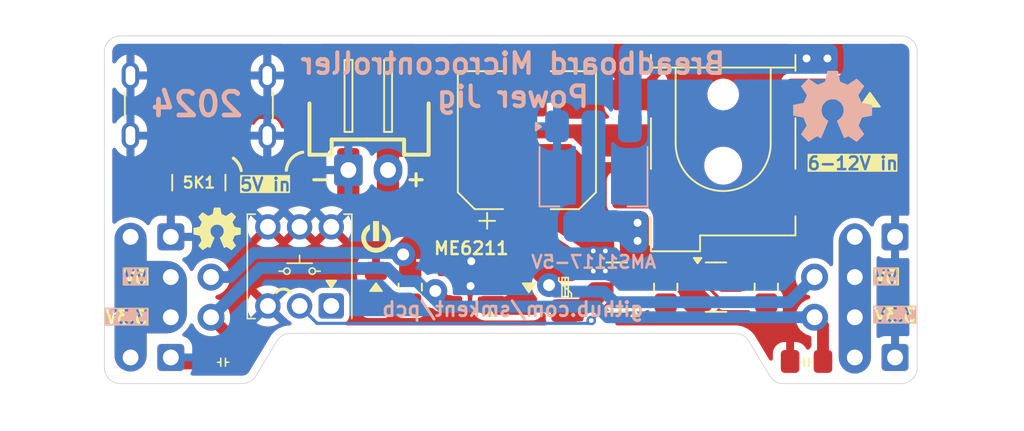
<source format=kicad_pcb>
(kicad_pcb (version 20240108) (generator "pcbnew") (generator_version "8.0")
  (layers (0 "F.Cu" signal) (31 "B.Cu" signal) (34 "B.Paste" user) (35 "F.Paste" user) (36 "B.SilkS" user "B.Silkscreen") (37 "F.SilkS" user "F.Silkscreen") (38 "B.Mask" user) (39 "F.Mask" user) (44 "Edge.Cuts" user))
  (net 0 "")
  (net 1 "GND")
  (net 2 "VOUT_LEFT")
  (net 3 "VOUT_RIGHT")
  (net 4 "Net-(J0-CC2)")
  (net 5 "Net-(J0-CC1)")
  (net 6 "Net-(Q1-G)")
  (net 7 "VIN_DC")
  (net 8 "Net-(D3-A)")
  (net 9 "VIN")
  (net 11 "DC_JACK_SWITCH")
  (net 12 "5V_OUT")
  (net 13 "3V3_OUT")
  (net 14 "PRE_FUSE")
  (net 15 "REG_5V")
  (net 16 "DC_IN_DIODE")
  (net 17 "TO_3V3_DIODE")
  (footprint "lcsc:SW-TH_6P-L7.0-W7.0-P2.00_90deg" (layer "F.Cu") (at 191.008 90.765 -90)
    (property "Reference" "SW1" (hide yes))
    (property "Value" "SW_DPDT_x2")
    (pad "1" thru_hole roundrect (at 2.5 -2) (size 1.6 1.6) (drill 0.999998) (layers "*.Cu" "*.Mask") (roundrect_rratio 0.15625))
    (pad "2" thru_hole circle (at 2.5 0) (size 1.6 1.6) (drill 0.999998) (layers "*.Cu" "*.Mask") (net 6 "Net-(Q1-G)"))
    (pad "3" thru_hole circle (at 2.5 2) (size 1.6 1.6) (drill 0.999998) (layers "*.Cu" "*.Mask") (net 1 "GND"))
    (pad "4" thru_hole circle (at -2.5 -2) (size 1.6 1.6) (drill 0.999998) (layers "*.Cu" "*.Mask") (net 1 "GND"))
    (pad "5" thru_hole circle (at -2.5 0) (size 1.6 1.6) (drill 0.999998) (layers "*.Cu" "*.Mask") (net 1 "GND"))
    (pad "6" thru_hole circle (at -2.5 2) (size 1.6 1.6) (drill 0.999998) (layers "*.Cu" "*.Mask") (net 1 "GND"))
  )
  (footprint "custom:D_SOD-323_HandSoldering_simple" (layer "F.Cu") (at 205.486 92.075 90)
    (property "Reference" "D2" (hide yes))
    (property "Value" "BAT60A")
    (pad "1" smd roundrect (at -1.25 0 90) (size 1 1) (layers "F.Cu" "F.Paste" "F.Mask") (net 17 "TO_3V3_DIODE"))
    (pad "2" smd roundrect (at 1.25 0 90) (size 1 1) (layers "F.Cu" "F.Paste" "F.Mask") (net 12 "5V_OUT"))
  )
  (footprint "connector:BarrelJack_DC-050_SMT_Horizontal" (layer "F.Cu") (at 217.75 83 -90)
    (property "Reference" "J1" (hide yes))
    (property "Value" "Barrel_Jack_Switch")
    (pad "" np_thru_hole circle (at -3.1 0) (size 1.5 1.5) (drill 1.5) (layers "*.Cu" "*.Mask"))
    (pad "" np_thru_hole circle (at 1.4 0) (size 1.9 1.9) (drill 1.9) (layers "*.Cu" "*.Mask"))
    (pad "1" smd roundrect (at -3.1 -5.5 90) (size 2 3) (layers "F.Cu" "F.Paste" "F.Mask") (roundrect_rratio 0.125) (net 7 "VIN_DC"))
    (pad "1" smd roundrect (at 3.1 -5.5 90) (size 2 3) (layers "F.Cu" "F.Paste" "F.Mask") (roundrect_rratio 0.125) (net 7 "VIN_DC"))
    (pad "2" smd roundrect (at -3.1 5.5 90) (size 2 3) (layers "F.Cu" "F.Paste" "F.Mask") (roundrect_rratio 0.125) (net 1 "GND"))
    (pad "3" smd roundrect (at 3.1 5.5 90) (size 2 3) (layers "F.Cu" "F.Paste" "F.Mask") (roundrect_rratio 0.125) (net 11 "DC_JACK_SWITCH"))
  )
  (footprint "custom:C_0805_2012Metric_Pad1.18x1.45mm_HandSolder" (layer "F.Cu") (at 223.012 96.774 180)
    (property "Reference" "C3" (hide yes))
    (property "Value" "22uF")
    (pad "1" smd roundrect (at -1.0375 0 180) (size 1.175 1.45) (layers "F.Cu" "F.Paste" "F.Mask") (roundrect_rratio 0.212766) (net 13 "3V3_OUT"))
    (pad "2" smd roundrect (at 1.0375 0 180) (size 1.175 1.45) (layers "F.Cu" "F.Paste" "F.Mask") (roundrect_rratio 0.212766) (net 1 "GND"))
  )
  (footprint "Capacitor_SMD:CP_Elec_8x10.5" (layer "F.Cu") (at 205.359 82.787 90)
    (property "Reference" "C1" (hide yes))
    (property "Value" "1000uF")
    (pad "1" smd roundrect (at -3.7 0 90) (size 4.4 2.5) (layers "F.Cu" "F.Paste" "F.Mask") (roundrect_rratio 0.1) (net 12 "5V_OUT"))
    (pad "2" smd roundrect (at 3.7 0 90) (size 4.4 2.5) (layers "F.Cu" "F.Paste" "F.Mask") (roundrect_rratio 0.1) (net 1 "GND"))
  )
  (footprint "custom:LED_0805_2012Metric_Pad1.15x1.40mm_HandSolder_simple" (layer "F.Cu") (at 195.834 92.075 -90)
    (property "Reference" "D3" (hide yes))
    (property "Value" "LED")
    (pad "1" smd roundrect (at -1.025 0 270) (size 1.15 1.4) (layers "F.Cu" "F.Paste" "F.Mask") (roundrect_rratio 0.217391) (net 1 "GND"))
    (pad "2" smd roundrect (at 1.025 0 270) (size 1.15 1.4) (layers "F.Cu" "F.Paste" "F.Mask") (roundrect_rratio 0.217391) (net 8 "Net-(D3-A)"))
  )
  (footprint "graphics:oshw-logo-3mm" (layer "F.Cu") (at 185.801 88.392)
    (property "Reference" "G***" (hide yes))
    (property "Value" "LOGO" (hide yes))
  )
  (footprint "Package_TO_SOT_SMD:SOT-23" (layer "F.Cu") (at 211.0255 92.075 180)
    (property "Reference" "Q1" (hide yes))
    (property "Value" "AO3401A")
    (pad "1" smd roundrect (at -0.9375 -0.95 180) (size 1.475 0.6) (layers "F.Cu" "F.Paste" "F.Mask") (net 6 "Net-(Q1-G)"))
    (pad "2" smd roundrect (at -0.9375 0.95 180) (size 1.475 0.6) (layers "F.Cu" "F.Paste" "F.Mask") (net 15 "REG_5V"))
    (pad "3" smd roundrect (at 0.9375 0 180) (size 1.475 0.6) (layers "F.Cu" "F.Paste" "F.Mask") (net 14 "PRE_FUSE"))
  )
  (footprint "custom:PinHeader_2x02_P2.54mm_Vertical_simple" (layer "F.Cu") (at 182.88 91.44)
    (property "Reference" "JLEFT2" (hide yes))
    (property "Value" "Conn_02x02_Counter_Clockwise")
    (pad "1" thru_hole circle (at 0 0) (size 1.7 1.7) (drill 1) (layers "*.Cu" "*.Mask") (net 2 "VOUT_LEFT"))
    (pad "2" thru_hole oval (at 2.54 0) (size 1.7 1.7) (drill 1) (layers "*.Cu" "*.Mask") (net 12 "5V_OUT"))
    (pad "3" thru_hole oval (at 0 2.54) (size 1.7 1.7) (drill 1) (layers "*.Cu" "*.Mask") (net 2 "VOUT_LEFT"))
    (pad "4" thru_hole oval (at 2.54 2.54) (size 1.7 1.7) (drill 1) (layers "*.Cu" "*.Mask") (net 13 "3V3_OUT"))
  )
  (footprint "Resistor_SMD:R_0805_2012Metric_Pad1.20x1.40mm_HandSolder" (layer "F.Cu") (at 214.122 92.075 -90)
    (property "Reference" "R2" (hide yes))
    (property "Value" "10K")
    (pad "1" smd roundrect (at -1 0 270) (size 1.2 1.4) (layers "F.Cu" "F.Paste" "F.Mask") (roundrect_rratio 0.208333) (net 15 "REG_5V"))
    (pad "2" smd roundrect (at 1 0 270) (size 1.2 1.4) (layers "F.Cu" "F.Paste" "F.Mask") (roundrect_rratio 0.208333) (net 6 "Net-(Q1-G)"))
  )
  (footprint "Resistor_SMD:R_0805_2012Metric_Pad1.20x1.40mm_HandSolder" (layer "F.Cu") (at 220.472 92.075 90)
    (property "Reference" "R1" (hide yes))
    (property "Value" "10K")
    (pad "1" smd roundrect (at -1 0 90) (size 1.2 1.4) (layers "F.Cu" "F.Paste" "F.Mask") (roundrect_rratio 0.208333) (net 11 "DC_JACK_SWITCH"))
    (pad "2" smd roundrect (at 1 0 90) (size 1.2 1.4) (layers "F.Cu" "F.Paste" "F.Mask") (roundrect_rratio 0.208333) (net 9 "VIN"))
  )
  (footprint "custom:Fuse_1206_3216Metric_Pad1.42x1.75mm_HandSolder_simple" (layer "F.Cu") (at 207.772 92.075 90)
    (property "Reference" "F1" (hide yes))
    (property "Value" "Polyfuse")
    (pad "1" smd roundrect (at -1.4875 0 90) (size 1.425 1.75) (layers "F.Cu" "F.Paste" "F.Mask") (roundrect_rratio 0.175439) (net 14 "PRE_FUSE"))
    (pad "2" smd roundrect (at 1.4875 0 90) (size 1.425 1.75) (layers "F.Cu" "F.Paste" "F.Mask") (roundrect_rratio 0.175439) (net 12 "5V_OUT"))
  )
  (footprint "Package_TO_SOT_SMD:SOT-23" (layer "F.Cu") (at 217.297 92.075)
    (property "Reference" "Q2" (hide yes))
    (property "Value" "AO3401A")
    (pad "1" smd roundrect (at -0.9375 -0.95) (size 1.475 0.6) (layers "F.Cu" "F.Paste" "F.Mask") (net 11 "DC_JACK_SWITCH"))
    (pad "2" smd roundrect (at -0.9375 0.95) (size 1.475 0.6) (layers "F.Cu" "F.Paste" "F.Mask") (net 15 "REG_5V"))
    (pad "3" smd roundrect (at 0.9375 0) (size 1.475 0.6) (layers "F.Cu" "F.Paste" "F.Mask") (net 9 "VIN"))
  )
  (footprint "package:D_SMA" (layer "F.Cu") (at 227 80.25 -90)
    (property "Reference" "D1" (hide yes))
    (property "Value" "SS34")
    (pad "1" smd roundrect (at -2 0 270) (size 2.5 1.8) (layers "F.Cu" "F.Paste" "F.Mask") (roundrect_rratio 0.1388888889) (net 16 "DC_IN_DIODE"))
    (pad "2" smd roundrect (at 2 0 270) (size 2.5 1.8) (layers "F.Cu" "F.Paste" "F.Mask") (roundrect_rratio 0.1388888889) (net 7 "VIN_DC"))
  )
  (footprint "Resistor_SMD:R_0805_2012Metric_Pad1.20x1.40mm_HandSolder" (layer "F.Cu") (at 197.993 92.075 -90)
    (property "Reference" "R6" (hide yes))
    (property "Value" "2K2")
    (pad "1" smd roundrect (at -1 0 270) (size 1.2 1.4) (layers "F.Cu" "F.Paste" "F.Mask") (roundrect_rratio 0.208333) (net 12 "5V_OUT"))
    (pad "2" smd roundrect (at 1 0 270) (size 1.2 1.4) (layers "F.Cu" "F.Paste" "F.Mask") (roundrect_rratio 0.208333) (net 8 "Net-(D3-A)"))
  )
  (footprint "custom:SOT-23-5_HandSoldering_simple" (layer "F.Cu") (at 201.85 92.009 180)
    (property "Reference" "U2" (hide yes))
    (property "Value" "ME6211C33M5")
    (pad "1" smd roundrect (at -1.35 -0.95 180) (size 1.56 0.65) (layers "F.Cu" "F.Paste" "F.Mask") (net 17 "TO_3V3_DIODE"))
    (pad "2" smd roundrect (at -1.35 0 180) (size 1.56 0.65) (layers "F.Cu" "F.Paste" "F.Mask") (net 1 "GND"))
    (pad "3" smd roundrect (at -1.35 0.95 180) (size 1.56 0.65) (layers "F.Cu" "F.Paste" "F.Mask") (net 17 "TO_3V3_DIODE"))
    (pad "4" smd roundrect (at 1.35 0.95 180) (size 1.56 0.65) (layers "F.Cu" "F.Paste" "F.Mask"))
    (pad "5" smd roundrect (at 1.35 -0.95 180) (size 1.56 0.65) (layers "F.Cu" "F.Paste" "F.Mask") (net 13 "3V3_OUT"))
  )
  (footprint "custom:C_0805_2012Metric_Pad1.18x1.45mm_HandSolder" (layer "F.Cu") (at 186.182 96.774 180)
    (property "Reference" "C2" (hide yes))
    (property "Value" "22uF")
    (pad "1" smd roundrect (at -1.0375 0 180) (size 1.175 1.45) (layers "F.Cu" "F.Paste" "F.Mask") (roundrect_rratio 0.212766) (net 13 "3V3_OUT"))
    (pad "2" smd roundrect (at 1.0375 0 180) (size 1.175 1.45) (layers "F.Cu" "F.Paste" "F.Mask") (roundrect_rratio 0.212766) (net 1 "GND"))
  )
  (footprint "Resistor_SMD:R_Array_Convex_4x0603" (layer "F.Cu") (at 184.6484 85.471 -90)
    (property "Reference" "RN1" (hide yes))
    (property "Value" "5K1")
    (pad "1" smd rect (at -0.9 -1.2 270) (size 0.8 0.5) (layers "F.Cu" "F.Paste" "F.Mask") (net 1 "GND"))
    (pad "2" smd rect (at -0.9 -0.4 270) (size 0.8 0.4) (layers "F.Cu" "F.Paste" "F.Mask") (net 5 "Net-(J0-CC1)"))
    (pad "3" smd rect (at -0.9 0.4 270) (size 0.8 0.4) (layers "F.Cu" "F.Paste" "F.Mask") (net 4 "Net-(J0-CC2)"))
    (pad "4" smd rect (at -0.9 1.2 270) (size 0.8 0.5) (layers "F.Cu" "F.Paste" "F.Mask") (net 1 "GND"))
    (pad "5" smd rect (at 0.9 1.2 270) (size 0.8 0.5) (layers "F.Cu" "F.Paste" "F.Mask") (net 1 "GND"))
    (pad "6" smd rect (at 0.9 0.4 270) (size 0.8 0.4) (layers "F.Cu" "F.Paste" "F.Mask") (net 1 "GND"))
    (pad "7" smd rect (at 0.9 -0.4 270) (size 0.8 0.4) (layers "F.Cu" "F.Paste" "F.Mask") (net 1 "GND"))
    (pad "8" smd rect (at 0.9 -1.2 270) (size 0.8 0.5) (layers "F.Cu" "F.Paste" "F.Mask") (net 1 "GND"))
  )
  (footprint "custom:PinHeader_2x02_P2.54mm_Vertical_simple" (layer "F.Cu") (at 223.52 91.44)
    (property "Reference" "JRIGHT2" (hide yes))
    (property "Value" "Conn_02x02_Counter_Clockwise")
    (pad "1" thru_hole circle (at 0 0) (size 1.7 1.7) (drill 1) (layers "*.Cu" "*.Mask") (net 12 "5V_OUT"))
    (pad "2" thru_hole oval (at 2.54 0) (size 1.7 1.7) (drill 1) (layers "*.Cu" "*.Mask") (net 3 "VOUT_RIGHT"))
    (pad "3" thru_hole oval (at 0 2.54) (size 1.7 1.7) (drill 1) (layers "*.Cu" "*.Mask") (net 13 "3V3_OUT"))
    (pad "4" thru_hole oval (at 2.54 2.54) (size 1.7 1.7) (drill 1) (layers "*.Cu" "*.Mask") (net 3 "VOUT_RIGHT"))
  )
  (footprint "custom:USB_C_Receptacle_GCT_USB4125-xx-x_6P_TopMnt_Horizontal_handsolder" (layer "F.Cu") (at 184.6504 79.502 180)
    (property "Reference" "J0" (hide yes))
    (property "Value" "USB_C_Receptacle_PowerOnly_6P")
    (pad "A5" smd roundrect (at -0.5 -3.28 180) (size 0.7 1.6) (layers "F.Cu" "F.Paste" "F.Mask") (net 5 "Net-(J0-CC1)"))
    (pad "A9" smd roundrect (at 1.52 -3.28) (size 0.76 1.6) (layers "F.Cu" "F.Paste" "F.Mask") (net 9 "VIN"))
    (pad "A12" smd roundrect (at 2.75 -3.28) (size 0.8 1.6) (layers "F.Cu" "F.Paste" "F.Mask") (net 1 "GND"))
    (pad "B5" smd roundrect (at 0.5 -3.28) (size 0.7 1.6) (layers "F.Cu" "F.Paste" "F.Mask") (net 4 "Net-(J0-CC2)"))
    (pad "B9" smd roundrect (at -1.52 -3.28 180) (size 0.76 1.6) (layers "F.Cu" "F.Paste" "F.Mask") (net 9 "VIN"))
    (pad "B12" smd roundrect (at -2.75 -3.28 180) (size 0.8 1.6) (layers "F.Cu" "F.Paste" "F.Mask") (net 1 "GND"))
    (pad "S1" thru_hole oval (at -4.32 -3 180) (size 1.1 1.7) (drill oval 0.6 1.2) (layers "*.Cu" "*.Mask" "F.Paste") (net 1 "GND"))
    (pad "S1" thru_hole oval (at -4.32 0.8 180) (size 1.1 1.7) (drill oval 0.6 1.2) (layers "*.Cu" "*.Mask" "F.Paste") (net 1 "GND"))
    (pad "S1" thru_hole oval (at 4.32 -3 180) (size 1.1 1.7) (drill oval 0.6 1.2) (layers "*.Cu" "*.Mask" "F.Paste") (net 1 "GND"))
    (pad "S1" thru_hole oval (at 4.32 0.8 180) (size 1.1 1.7) (drill oval 0.6 1.2) (layers "*.Cu" "*.Mask" "F.Paste") (net 1 "GND"))
  )
  (footprint "custom:JST_XH_S2B-XH-2AW_1x02_P2.50mm_TH-or-SMD_pad2gnd_trim" (layer "F.Cu") (at 195.3404 84.678 180)
    (property "Reference" "J2" (hide yes))
    (property "Value" "Conn_01x02")
    (pad "1" thru_hole oval (at -1.25 0 180) (size 1.8 2) (drill 1) (layers "*.Cu" "*.Mask") (net 9 "VIN"))
    (pad "1" smd roundrect (at -1.2446 -0.508) (size 1.4 3.8) (layers "F.Cu" "F.Paste" "F.Mask") (roundrect_rratio 0.1785714286) (net 9 "VIN"))
    (pad "2" thru_hole roundrect (at 1.25 0 180) (size 1.8 2) (drill 1) (layers "*.Cu" "*.Mask") (roundrect_rratio 0.1388888889) (net 1 "GND"))
    (pad "2" smd roundrect (at 1.2554 -0.508) (size 1.4 3.8) (layers "F.Cu" "F.Paste" "F.Mask") (roundrect_rratio 0.1785714286) (net 1 "GND"))
    (pad "3" smd roundrect (at 4.2054 6.192) (size 1.6 3.5) (layers "F.Cu" "F.Paste" "F.Mask") (roundrect_rratio 0.15625))
    (pad "4" smd roundrect (at -4.1946 6.192) (size 1.6 3.5) (layers "F.Cu" "F.Paste" "F.Mask") (roundrect_rratio 0.15625))
  )
  (footprint "graphics:icon-power-2mm" (layer "F.Cu") (at 195.834 88.9)
    (property "Reference" "G***" (hide yes))
    (property "Value" "LOGO" (hide yes))
  )
  (footprint "custom:PinHeader_1x02_P2.54mm_Vertical_simple_pad2gnd" (layer "B.Cu") (at 180.34 96.52 -90)
    (property "Reference" "JLEFT1" (hide yes))
    (property "Value" "Conn_01x02")
    (pad "1" thru_hole oval (at 0 0 270) (size 1.7 1.7) (drill 1) (layers "*.Cu" "*.Mask") (net 2 "VOUT_LEFT"))
    (pad "2" thru_hole roundrect (at 0 -2.54 270) (size 1.7 1.7) (drill 1) (layers "*.Cu" "*.Mask") (roundrect_rratio 0.1470588235) (net 1 "GND"))
  )
  (footprint "custom:PinHeader_1x02_P2.54mm_Vertical_simple_pad2gnd" (layer "B.Cu") (at 180.34 88.9 -90)
    (property "Reference" "JLEFT0" (hide yes))
    (property "Value" "Conn_01x02")
    (pad "1" thru_hole oval (at 0 0 270) (size 1.7 1.7) (drill 1) (layers "*.Cu" "*.Mask") (net 2 "VOUT_LEFT"))
    (pad "2" thru_hole roundrect (at 0 -2.54 270) (size 1.7 1.7) (drill 1) (layers "*.Cu" "*.Mask") (roundrect_rratio 0.1470588235) (net 1 "GND"))
  )
  (footprint "Package_TO_SOT_SMD:SOT-223-3_TabPin2" (layer "B.Cu") (at 209.5614 85.0646 -90)
    (property "Reference" "U1" (hide yes))
    (property "Value" "AMS1117-5.0")
    (pad "1" smd roundrect (at -3.15 2.3 270) (size 2 1.5) (layers "B.Cu" "B.Paste" "B.Mask") (net 1 "GND"))
    (pad "2" smd roundrect (at -3.15 0 270) (size 2 1.5) (layers "B.Cu" "B.Paste" "B.Mask") (net 15 "REG_5V"))
    (pad "2" smd roundrect (at 3.15 0 270) (size 2 3.8) (layers "B.Cu" "B.Paste" "B.Mask") (net 15 "REG_5V"))
    (pad "3" smd roundrect (at -3.15 -2.3 270) (size 2 1.5) (layers "B.Cu" "B.Paste" "B.Mask") (net 16 "DC_IN_DIODE"))
  )
  (footprint "custom:PinHeader_1x02_P2.54mm_Vertical_simple_pad2gnd" (layer "B.Cu") (at 226.06 96.52 -90)
    (property "Reference" "JRIGHT1" (hide yes))
    (property "Value" "Conn_01x02")
    (pad "1" thru_hole oval (at 0 0 270) (size 1.7 1.7) (drill 1) (layers "*.Cu" "*.Mask") (net 3 "VOUT_RIGHT"))
    (pad "2" thru_hole roundrect (at 0 -2.54 270) (size 1.7 1.7) (drill 1) (layers "*.Cu" "*.Mask") (roundrect_rratio 0.1470588235) (net 1 "GND"))
  )
  (footprint "graphics:oshw-logo-5mm" (layer "B.Cu") (at 224.663 80.645 180)
    (property "Reference" "G***" (hide yes))
    (property "Value" "LOGO" (hide yes))
  )
  (footprint "custom:PinHeader_1x02_P2.54mm_Vertical_simple_pad2gnd" (layer "B.Cu") (at 226.06 88.9 -90)
    (property "Reference" "JRIGHT0" (hide yes))
    (property "Value" "Conn_01x02")
    (pad "1" thru_hole oval (at 0 0 270) (size 1.7 1.7) (drill 1) (layers "*.Cu" "*.Mask") (net 3 "VOUT_RIGHT"))
    (pad "2" thru_hole roundrect (at 0 -2.54 270) (size 1.7 1.7) (drill 1) (layers "*.Cu" "*.Mask") (roundrect_rratio 0.1470588235) (net 1 "GND"))
  )
  (gr_arc (start 186.82771 83.92651) (mid 187.149317 84.271386) (end 187.325 84.709) (stroke (width 0.2)) (layer "F.SilkS"))
  (gr_arc (start 190.170726 84.688112) (mid 190.5 83.947) (end 191.205448 83.546985) (stroke (width 0.2)) (layer "F.SilkS"))
  (gr_arc (start 189.539665 92.40403) (mid 189.992 92.202) (end 190.442775 92.407558) (stroke (width 0.2)) (layer "F.SilkS"))
  (gr_poly (pts (arc (start 187.39381 98.171) (mid 187.886509 98.041199) (end 188.251303 97.685495)) (arc (start 189.573697 95.481504) (mid 189.938491 95.1258) (end 190.43119 94.996)) (arc (start 218.50881 94.996) (mid 219.001509 95.1258) (end 219.366303 95.481504)) (arc (start 220.688697 97.685495) (mid 221.053491 98.0412) (end 221.54619 98.171)) (arc (start 228.997 98.171) (mid 229.704107 97.878107) (end 229.997 97.171)) (arc (start 229.997 77.2) (mid 229.704107 76.492893) (end 228.997 76.2)) (arc (start 179.689 76.2) (mid 178.981893 76.492893) (end 178.689 77.2)) (arc (start 178.689 97.171) (mid 178.981893 97.878107) (end 179.689 98.171))) (stroke (width 0.05)) (fill none) (layer "Edge.Cuts"))
  (gr_text "3.3V" (at 181.483 93.98 0) (layer "B.SilkS" knockout) (effects (font (size 0.8 0.8) (thickness 0.16) (bold yes)) (justify left mirror)))
  (gr_text "2024" (at 184.531 80.518 0) (layer "B.SilkS") (effects (font (size 1.5 1.5) (thickness 0.3) (bold yes)) (justify mirror)))
  (gr_text "5V" (at 227.203 91.44 0) (layer "B.SilkS" knockout) (effects (font (size 0.8 0.8) (thickness 0.16) (bold yes)) (justify right mirror)))
  (gr_text "Breadboard Microcontroller\nPower Jig" (at 204.47 78.994 0) (layer "B.SilkS") (effects (font (size 1.3 1.3) (thickness 0.26) (bold yes)) (justify mirror)))
  (gr_text "5V" (at 181.483 91.44 0) (layer "B.SilkS" knockout) (effects (font (size 0.8 0.8) (thickness 0.16) (bold yes)) (justify left mirror)))
  (gr_text "github.com/smkent/pcb" (at 204.47 93.472 0) (layer "B.SilkS") (effects (font (size 0.9 0.9) (thickness 0.18) (bold yes)) (justify mirror)))
  (gr_text "3.3V" (at 227.203 93.853 0) (layer "B.SilkS" knockout) (effects (font (size 0.8 0.8) (thickness 0.16) (bold yes)) (justify right mirror)))
  (gr_text "AMS1117-5V" (at 209.578 90.0176 0) (layer "B.SilkS") (effects (font (size 0.8 0.8) (thickness 0.16) (bold yes)) (justify top mirror)))
  (gr_text "6-12V in" (at 225.933 84.255 0) (layer "F.SilkS" knockout) (effects (font (size 0.8 0.8) (thickness 0.16) (bold yes))))
  (gr_text "5V" (at 227.203 91.44 0) (layer "F.SilkS" knockout) (effects (font (size 0.8 0.8) (thickness 0.16) (bold yes)) (justify left)))
  (gr_text "5V in" (at 188.849 85.598 0) (layer "F.SilkS" knockout) (effects (font (size 0.8 0.8) (thickness 0.16) (bold yes))))
  (gr_text "5V" (at 181.483 91.44 0) (layer "F.SilkS" knockout) (effects (font (size 0.8 0.8) (thickness 0.16) (bold yes)) (justify right)))
  (gr_text "ME6211" (at 201.85 89.154 0) (layer "F.SilkS") (effects (font (size 0.8 0.8) (thickness 0.16) (bold yes)) (justify top)))
  (gr_text "3.3V" (at 181.483 93.98 0) (layer "F.SilkS" knockout) (effects (font (size 0.8 0.8) (thickness 0.16) (bold yes)) (justify right)))
  (gr_text "5K1" (at 184.658 85.471 0) (layer "F.SilkS") (effects (font (size 0.7 0.7) (thickness 0.14) (bold yes))))
  (gr_text "3.3V" (at 227.203 93.853 0) (layer "F.SilkS" knockout) (effects (font (size 0.8 0.8) (thickness 0.16) (bold yes)) (justify left)))
  (gr_text "-" (at 193.04 85.217 0) (layer "F.SilkS") (effects (font (size 1 1) (thickness 0.2) (bold yes)) (justify right)))
  (gr_text "+" (at 197.612 85.217 0) (layer "F.SilkS") (effects (font (size 1 1) (thickness 0.2) (bold yes)) (justify left)))
  (segment (start 201.97 90.560304) (end 201.97 91.558999) (width 0.5) (layer "F.Cu") (net 1))
  (segment (start 185.1445 96.774) (end 183.134 96.774) (width 1) (layer "F.Cu") (net 1))
  (segment (start 201.97 91.558999) (end 202.420001 92.009) (width 0.5) (layer "F.Cu") (net 1))
  (segment (start 201.85 90.440304) (end 201.97 90.560304) (width 0.5) (layer "F.Cu") (net 1))
  (segment (start 202.420001 92.009) (end 203.2 92.009) (width 0.5) (layer "F.Cu") (net 1))
  (segment (start 183.134 96.774) (end 182.88 96.52) (width 1) (layer "F.Cu") (net 1))
  (via (at 209.55 89.789) (size 0.6) (drill 0.3) (layers "F.Cu" "B.Cu") (net 1))
  (via (at 209.55 91.059) (size 0.6) (drill 0.3) (layers "F.Cu" "B.Cu") (net 1))
  (via (at 201.803 92.009) (size 1) (drill 0.5) (layers "F.Cu" "B.Cu") (net 1))
  (via (at 210.312 91.059) (size 0.6) (drill 0.3) (layers "F.Cu" "B.Cu") (net 1))
  (via (at 210.312 89.789) (size 0.6) (drill 0.3) (layers "F.Cu" "B.Cu") (net 1))
  (via (at 201.85 90.440304) (size 1) (drill 0.5) (layers "F.Cu" "B.Cu") (net 1))
  (segment (start 228.6 88.9) (end 228.727 88.773) (width 0.75) (layer "B.Cu") (net 1))
  (segment (start 184.2484 82.88) (end 184.1504 82.782) (width 0.2) (layer "F.Cu") (net 4))
  (segment (start 184.2484 84.571) (end 184.2484 82.88) (width 0.2) (layer "F.Cu") (net 4))
  (segment (start 185.0484 84.571) (end 185.0484 82.884) (width 0.2) (layer "F.Cu") (net 5))
  (segment (start 185.0484 82.884) (end 185.1504 82.782) (width 0.2) (layer "F.Cu") (net 5))
  (segment (start 214.122 93.075) (end 212.013 93.075) (width 0.2) (layer "F.Cu") (net 6))
  (segment (start 210.5812 93.025) (end 209.423 94.1832) (width 0.2) (layer "F.Cu") (net 6))
  (segment (start 211.963 93.025) (end 210.5812 93.025) (width 0.2) (layer "F.Cu") (net 6))
  (segment (start 212.013 93.075) (end 211.963 93.025) (width 0.2) (layer "F.Cu") (net 6))
  (via (at 209.423 94.1832) (size 0.6) (drill 0.3) (layers "F.Cu" "B.Cu") (net 6))
  (segment (start 209.423 94.1832) (end 209.2412 94.365) (width 0.2) (layer "B.Cu") (net 6))
  (segment (start 209.2412 94.365) (end 192.108 94.365) (width 0.2) (layer "B.Cu") (net 6))
  (segment (start 192.108 94.365) (end 191.008 93.265) (width 0.2) (layer "B.Cu") (net 6))
  (segment (start 195.834 93.1) (end 197.968 93.1) (width 0.75) (layer "F.Cu") (net 8))
  (segment (start 197.968 93.1) (end 197.993 93.075) (width 0.75) (layer "F.Cu") (net 8))
  (segment (start 186.1704 82.782) (end 186.1704 82.110442) (width 0.75) (layer "F.Cu") (net 9))
  (segment (start 186.1704 82.110442) (end 187.203842 81.077) (width 0.75) (layer "F.Cu") (net 9))
  (segment (start 194.615 81.077) (end 196.5904 83.0524) (width 0.75) (layer "F.Cu") (net 9))
  (segment (start 183.1304 82.782) (end 183.1304 81.93649) (width 0.75) (layer "F.Cu") (net 9))
  (segment (start 196.5904 83.0524) (end 196.5904 84.678) (width 0.75) (layer "F.Cu") (net 9))
  (segment (start 183.1304 81.93649) (end 183.65989 81.407) (width 0.75) (layer "F.Cu") (net 9))
  (segment (start 186.1704 81.93649) (end 186.1704 82.782) (width 0.75) (layer "F.Cu") (net 9))
  (segment (start 187.203842 81.077) (end 194.615 81.077) (width 0.75) (layer "F.Cu") (net 9))
  (segment (start 185.64091 81.407) (end 186.1704 81.93649) (width 0.75) (layer "F.Cu") (net 9))
  (segment (start 183.65989 81.407) (end 185.64091 81.407) (width 0.75) (layer "F.Cu") (net 9))
  (segment (start 217.789 93.075) (end 216.3595 91.6455) (width 0.2) (layer "F.Cu") (net 11))
  (segment (start 215.839 91.125) (end 214.889 90.175) (width 0.2) (layer "F.Cu") (net 11))
  (segment (start 220.472 93.075) (end 217.789 93.075) (width 0.2) (layer "F.Cu") (net 11))
  (segment (start 213.614 86.868) (end 212.956 86.21) (width 0.2) (layer "F.Cu") (net 11))
  (segment (start 216.3595 91.125) (end 215.839 91.125) (width 0.2) (layer "F.Cu") (net 11))
  (segment (start 213.614 89.535) (end 213.614 86.868) (width 0.2) (layer "F.Cu") (net 11))
  (segment (start 216.3595 91.6455) (end 216.3595 91.125) (width 0.2) (layer "F.Cu") (net 11))
  (segment (start 214.254 90.175) (end 213.614 89.535) (width 0.2) (layer "F.Cu") (net 11))
  (segment (start 212.956 86.21) (end 212.0042 86.21) (width 0.2) (layer "F.Cu") (net 11))
  (segment (start 214.889 90.175) (end 214.254 90.175) (width 0.2) (layer "F.Cu") (net 11))
  (segment (start 197.993 89.916) (end 197.993 91.075) (width 0.75) (layer "F.Cu") (net 12))
  (segment (start 206.756 91.948) (end 205.633 90.825) (width 0.75) (layer "F.Cu") (net 12))
  (segment (start 197.549413 90.007859) (end 197.901141 90.007859) (width 0.75) (layer "F.Cu") (net 12))
  (segment (start 205.633 90.825) (end 205.486 90.825) (width 0.75) (layer "F.Cu") (net 12))
  (segment (start 197.901141 90.007859) (end 197.993 89.916) (width 0.75) (layer "F.Cu") (net 12))
  (via (at 206.756 91.948) (size 1.5) (drill 0.75) (layers "F.Cu" "B.Cu") (net 12))
  (via (at 197.549413 90.007859) (size 1.5) (drill 0.75) (layers "F.Cu" "B.Cu") (net 12))
  (segment (start 221.93 93.03) (end 223.52 91.44) (width 0.75) (layer "B.Cu") (net 12))
  (segment (start 210.886 93.03) (end 221.93 93.03) (width 0.75) (layer "B.Cu") (net 12))
  (segment (start 207.1662 92.3582) (end 210.2142 92.3582) (width 0.75) (layer "B.Cu") (net 12))
  (segment (start 206.756 91.948) (end 207.1662 92.3582) (width 0.75) (layer "B.Cu") (net 12))
  (segment (start 188.140497 89.916) (end 186.616497 91.44) (width 0.75) (layer "B.Cu") (net 12))
  (segment (start 197.549413 90.007859) (end 197.457554 89.916) (width 0.75) (layer "B.Cu") (net 12))
  (segment (start 186.616497 91.44) (end 185.42 91.44) (width 0.75) (layer "B.Cu") (net 12))
  (segment (start 210.2142 92.3582) (end 210.886 93.03) (width 0.75) (layer "B.Cu") (net 12))
  (segment (start 197.457554 89.916) (end 188.140497 89.916) (width 0.75) (layer "B.Cu") (net 12))
  (segment (start 224.0495 96.774) (end 224.0495 94.5095) (width 0.75) (layer "F.Cu") (net 13))
  (segment (start 224.0495 94.5095) (end 223.52 93.98) (width 0.75) (layer "F.Cu") (net 13))
  (segment (start 187.2195 95.7795) (end 185.42 93.98) (width 0.75) (layer "F.Cu") (net 13))
  (segment (start 200.5 92.959) (end 200.216322 92.959) (width 0.75) (layer "F.Cu") (net 13))
  (segment (start 200.216322 92.959) (end 199.57739 92.320068) (width 0.75) (layer "F.Cu") (net 13))
  (segment (start 187.2195 96.774) (end 187.2195 95.7795) (width 0.75) (layer "F.Cu") (net 13))
  (via (at 199.57739 92.320068) (size 1.5) (drill 0.75) (layers "F.Cu" "B.Cu") (net 13))
  (segment (start 199.57739 92.320068) (end 199.57739 92.869652) (width 0.75) (layer "B.Cu") (net 13))
  (segment (start 199.57739 92.320068) (end 199.027806 92.320068) (width 0.75) (layer "B.Cu") (net 13))
  (segment (start 185.42 93.98) (end 188.534 90.866) (width 0.75) (layer "B.Cu") (net 13))
  (segment (start 200.015938 93.3082) (end 209.7926 93.3082) (width 0.75) (layer "B.Cu") (net 13))
  (segment (start 197.36472 91.697) (end 198.12 91.697) (width 0.75) (layer "B.Cu") (net 13))
  (segment (start 210.4644 93.98) (end 223.52 93.98) (width 0.75) (layer "B.Cu") (net 13))
  (segment (start 199.027806 92.320068) (end 198.404738 91.697) (width 0.75) (layer "B.Cu") (net 13))
  (segment (start 196.53372 90.866) (end 197.36472 91.697) (width 0.75) (layer "B.Cu") (net 13))
  (segment (start 199.57739 92.869652) (end 200.015938 93.3082) (width 0.75) (layer "B.Cu") (net 13))
  (segment (start 198.12 91.697) (end 198.404738 91.697) (width 0.75) (layer "B.Cu") (net 13))
  (segment (start 198.404738 91.697) (end 200.015938 93.3082) (width 0.75) (layer "B.Cu") (net 13))
  (segment (start 188.534 90.866) (end 196.53372 90.866) (width 0.75) (layer "B.Cu") (net 13))
  (segment (start 209.7926 93.3082) (end 210.4644 93.98) (width 0.75) (layer "B.Cu") (net 13))
  (via (at 212.344 89.154) (size 1) (drill 0.5) (layers "F.Cu" "B.Cu") (net 15))
  (via (at 212.344 88.011) (size 1) (drill 0.5) (layers "F.Cu" "B.Cu") (net 15))
  (via (at 224.3328 77.6224) (size 1) (drill 0.5) (layers "F.Cu" "B.Cu") (net 16))
  (via (at 223.012 77.6224) (size 1) (drill 0.5) (layers "F.Cu" "B.Cu") (net 16))
  (zone (net 16) (net_name "DC_IN_DIODE") (layer "F.Cu") (priority 9) (connect_pads yes (clearance 0.35)) (min_thickness 0.25) (fill yes (thermal_gap 0.5) (thermal_bridge_width 0.5) (smoothing fillet) (radius 0.5))
    (polygon (pts (xy 227.8848 79.502) (xy 227.8848 76.708) (xy 222.25 76.708) (xy 222.25 78.5876) (xy 226.1068 78.5876) (xy 226.1068 79.502)))
  )
  (zone (net 9) (net_name "VIN") (layer "F.Cu") (priority 12) (connect_pads yes (clearance 0.35)) (min_thickness 0.25) (fill yes (thermal_gap 0.5) (thermal_bridge_width 0.5) (smoothing fillet) (radius 0.5))
    (polygon (pts (xy 182.753 83.566) (xy 186.563 83.566) (xy 186.563 82.042) (xy 194.945 82.042) (xy 196.723 83.82) (xy 201.295 83.947) (xy 202.565 82.677) (xy 208.28 82.677) (xy 209.423 83.82) (xy 212.217 83.82) (xy 213.995 85.471) (xy 213.995 89.535) (xy 215.138 90.551) (xy 217.551 90.551) (xy 217.551 92.329) (xy 219.075 92.329) (xy 221.234 91.567) (xy 221.234 90.551) (xy 219.456 90.551) (xy 219.456 89.281) (xy 216.281 89.281) (xy 215.892 88.892) (xy 215.892 84.193) (xy 213.487 81.788) (xy 209.169 81.788) (xy 197.104 81.788) (xy 195.072 80.01) (xy 192.278 80.01) (xy 182.753 80.01)))
  )
  (zone (net 14) (net_name "PRE_FUSE") (layer "F.Cu") (priority 3) (connect_pads yes (clearance 0)) (min_thickness 0.25) (fill yes (thermal_gap 0.5) (thermal_bridge_width 0.5) (smoothing fillet) (radius 0.5))
    (polygon (pts (xy 206.883 94.234) (xy 210.82 94.234) (xy 210.82 91.7702) (xy 209.3468 91.7702) (xy 208.6356 92.837) (xy 206.883 92.837)))
  )
  (zone (net 12) (net_name "5V_OUT") (layer "F.Cu") (priority 5) (connect_pads yes (clearance 0.35)) (min_thickness 0.25) (fill yes (thermal_gap 0.5) (thermal_bridge_width 0.5) (smoothing fillet) (radius 0.5))
    (polygon (pts (xy 204.597 90.297) (xy 204.597 91.694) (xy 208.661 91.694) (xy 208.661 89.916) (xy 206.756 88.646) (xy 206.756 84.201) (xy 204.089 84.201) (xy 204.089 87.884) (xy 203.581 88.392) (xy 198.12 88.392) (xy 196.85 89.662) (xy 196.85 90.297) (xy 204.089 90.297)))
  )
  (zone (net 7) (net_name "VIN_DC") (layer "F.Cu") (priority 1) (connect_pads yes (clearance 0)) (min_thickness 0.25) (fill yes (thermal_gap 0.5) (thermal_bridge_width 0.5) (smoothing fillet) (radius 2))
    (polygon (pts (xy 222.25 78.994) (xy 222.25 87.249) (xy 224.7392 87.249) (xy 224.7392 83.5152) (xy 227.8594 83.5152) (xy 227.8594 81.026) (xy 224.7392 81.026) (xy 224.7392 78.994)))
  )
  (zone (net 15) (net_name "REG_5V") (layer "F.Cu") (priority 4) (connect_pads yes (clearance 0)) (min_thickness 0.25) (fill yes (thermal_gap 0.5) (thermal_bridge_width 0.5) (smoothing fillet) (radius 0.5))
    (polygon (pts (xy 215.4428 93.6752) (xy 217.0684 93.6752) (xy 217.0684 91.8464) (xy 215.9508 91.8464) (xy 214.757 90.424) (xy 214.122 90.424) (xy 213.0552 89.408) (xy 213.0552 87.2744) (xy 211.2264 87.2744) (xy 211.2264 92.2528) (xy 214.5284 92.2528)))
  )
  (zone (net 17) (net_name "TO_3V3_DIODE") (layer "F.Cu") (priority 11) (connect_pads yes (clearance 0.35)) (min_thickness 0.25) (fill yes (thermal_gap 0.5) (thermal_bridge_width 0.5) (smoothing fillet) (radius 0.5))
    (polygon (pts (xy 205.994 93.8276) (xy 205.994 90.297) (xy 202.2602 90.297) (xy 202.2602 93.8276)))
  )
  (zone (net 1) (net_name "GND") (layers "F&B.Cu") (connect_pads (clearance 0.35)) (min_thickness 0.25) (fill yes (thermal_gap 0.5) (thermal_bridge_width 0.5))
    (polygon (pts (xy 178.562 75.946) (xy 230.124 75.946) (xy 230.124 98.552) (xy 178.562 98.552)))
  )
  (zone (net 3) (net_name "VOUT_RIGHT") (layers "F&B.Cu") (priority 2) (connect_pads yes (clearance 0)) (min_thickness 0.25) (fill yes (thermal_gap 0.5) (thermal_bridge_width 0.5) (smoothing fillet) (radius 2))
    (polygon (pts (xy 225.044 97.536) (xy 227.076 97.536) (xy 227.076 88.138) (xy 225.044 88.138)))
  )
  (zone (net 2) (net_name "VOUT_LEFT") (layers "F&B.Cu") (priority 2) (connect_pads yes (clearance 0)) (min_thickness 0.25) (fill yes (thermal_gap 0.5) (thermal_bridge_width 0.5) (smoothing fillet) (radius 2))
    (polygon (pts (xy 179.324 97.409) (xy 181.356 97.409) (xy 181.356 94.996) (xy 183.896 94.996) (xy 183.896 90.424) (xy 181.356 90.424) (xy 181.356 88.011) (xy 179.324 88.011)))
  )
  (zone (net 15) (net_name "REG_5V") (layer "B.Cu") (priority 7) (connect_pads yes (clearance 0.35)) (min_thickness 0.25) (fill yes (thermal_gap 0.5) (thermal_bridge_width 0.5) (smoothing fillet) (radius 0.5))
    (polygon (pts (xy 208.8134 80.899) (xy 208.8134 89.2044) (xy 211.1248 89.2048) (xy 211.836 89.916) (xy 212.979 89.916) (xy 212.979 87.2486) (xy 210.312 87.2486) (xy 210.312 80.899)))
  )
  (zone (net 16) (net_name "DC_IN_DIODE") (layer "B.Cu") (priority 8) (connect_pads yes (clearance 0.35)) (min_thickness 0.25) (fill yes (thermal_gap 0.5) (thermal_bridge_width 0.5) (smoothing fillet) (radius 0.5))
    (polygon (pts (xy 212.598 82.931) (xy 212.598 78.613) (xy 224.9932 78.5876) (xy 224.9932 76.708) (xy 211.1502 76.708) (xy 211.1502 82.931)))
  )
)
</source>
